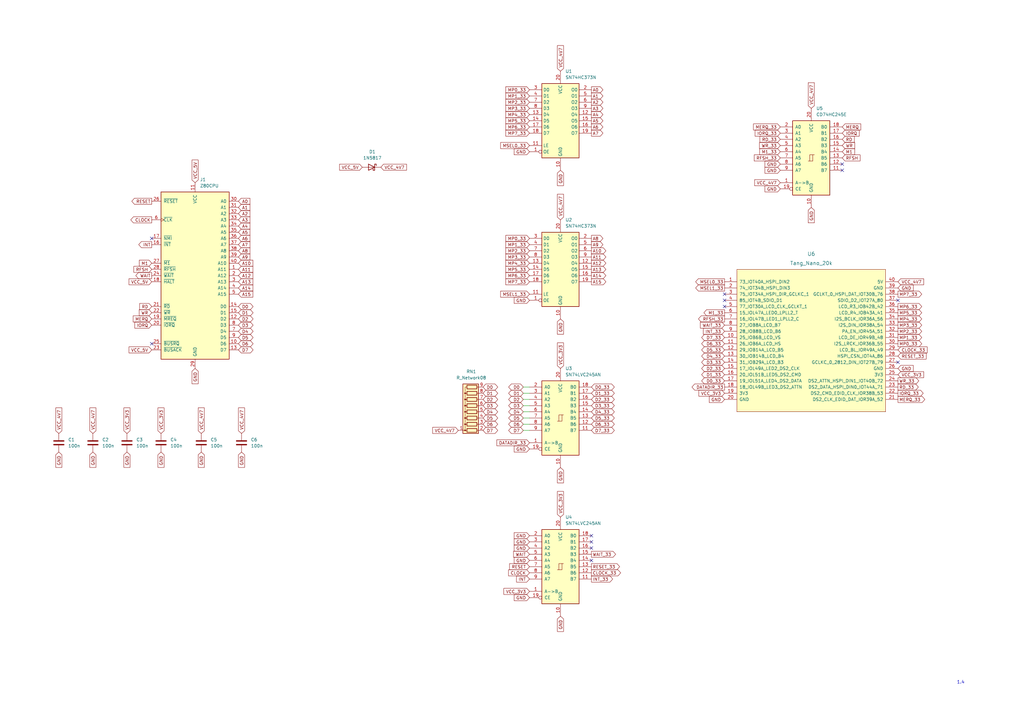
<source format=kicad_sch>
(kicad_sch (version 20211123) (generator eeschema)
  (paper "A3")
  (title_block (title "MSX-Tang Nano 9K Breakout") (date "2023-03-01"))
  (lib_symbols
    (symbol "74xx:74HC245" (pin_names (offset 1.016))
      (property "Reference" "U" (at -7.62 16.51 0))
      (property "Value" "74HC245" (at -7.62 -16.51 0))
      (symbol "74HC245_1_0"
        (polyline (pts (xy -0.635 -1.27) (xy -0.635 1.27) (xy 0.635 1.27)))
        (polyline (pts (xy -1.27 -1.27) (xy 0.635 -1.27) (xy 0.635 1.27) (xy 1.27 1.27)))
        (pin input line (at -12.7 -10.16 0) (length 5.08) (name "A->B") (number "1"))
        (pin power_in line (at 0 -20.32 90) (length 5.08) (name "GND") (number "10"))
        (pin tri_state line (at 12.7 -5.08 180) (length 5.08) (name "B7") (number "11"))
        (pin tri_state line (at 12.7 -2.54 180) (length 5.08) (name "B6") (number "12"))
        (pin tri_state line (at 12.7 0 180) (length 5.08) (name "B5") (number "13"))
        (pin tri_state line (at 12.7 2.54 180) (length 5.08) (name "B4") (number "14"))
        (pin tri_state line (at 12.7 5.08 180) (length 5.08) (name "B3") (number "15"))
        (pin tri_state line (at 12.7 7.62 180) (length 5.08) (name "B2") (number "16"))
        (pin tri_state line (at 12.7 10.16 180) (length 5.08) (name "B1") (number "17"))
        (pin tri_state line (at 12.7 12.7 180) (length 5.08) (name "B0") (number "18"))
        (pin input inverted (at -12.7 -12.7 0) (length 5.08) (name "CE") (number "19"))
        (pin tri_state line (at -12.7 12.7 0) (length 5.08) (name "A0") (number "2"))
        (pin power_in line (at 0 20.32 270) (length 5.08) (name "VCC") (number "20"))
        (pin tri_state line (at -12.7 10.16 0) (length 5.08) (name "A1") (number "3"))
        (pin tri_state line (at -12.7 7.62 0) (length 5.08) (name "A2") (number "4"))
        (pin tri_state line (at -12.7 5.08 0) (length 5.08) (name "A3") (number "5"))
        (pin tri_state line (at -12.7 2.54 0) (length 5.08) (name "A4") (number "6"))
        (pin tri_state line (at -12.7 0 0) (length 5.08) (name "A5") (number "7"))
        (pin tri_state line (at -12.7 -2.54 0) (length 5.08) (name "A6") (number "8"))
        (pin tri_state line (at -12.7 -5.08 0) (length 5.08) (name "A7") (number "9"))
      )
      (symbol "74HC245_1_1"
        (rectangle (start -7.62 15.24) (end 7.62 -15.24) (stroke (width 0.254)) (fill (type background)))
      )
    )
    (symbol "74xx:74HC373"
      (property "Reference" "U" (at -7.62 16.51 0))
      (property "Value" "74HC373" (at -7.62 -16.51 0))
      (symbol "74HC373_1_0"
        (pin input inverted (at -12.7 -12.7 0) (length 5.08) (name "OE") (number "1"))
        (pin power_in line (at 0 -20.32 90) (length 5.08) (name "GND") (number "10"))
        (pin input line (at -12.7 -10.16 0) (length 5.08) (name "LE") (number "11"))
        (pin tri_state line (at 12.7 2.54 180) (length 5.08) (name "O4") (number "12"))
        (pin input line (at -12.7 2.54 0) (length 5.08) (name "D4") (number "13"))
        (pin input line (at -12.7 0 0) (length 5.08) (name "D5") (number "14"))
        (pin tri_state line (at 12.7 0 180) (length 5.08) (name "O5") (number "15"))
        (pin tri_state line (at 12.7 -2.54 180) (length 5.08) (name "O6") (number "16"))
        (pin input line (at -12.7 -2.54 0) (length 5.08) (name "D6") (number "17"))
        (pin input line (at -12.7 -5.08 0) (length 5.08) (name "D7") (number "18"))
        (pin tri_state line (at 12.7 -5.08 180) (length 5.08) (name "O7") (number "19"))
        (pin tri_state line (at 12.7 12.7 180) (length 5.08) (name "O0") (number "2"))
        (pin power_in line (at 0 20.32 270) (length 5.08) (name "VCC") (number "20"))
        (pin input line (at -12.7 12.7 0) (length 5.08) (name "D0") (number "3"))
        (pin input line (at -12.7 10.16 0) (length 5.08) (name "D1") (number "4"))
        (pin tri_state line (at 12.7 10.16 180) (length 5.08) (name "O1") (number "5"))
        (pin tri_state line (at 12.7 7.62 180) (length 5.08) (name "O2") (number "6"))
        (pin input line (at -12.7 7.62 0) (length 5.08) (name "D2") (number "7"))
        (pin input line (at -12.7 5.08 0) (length 5.08) (name "D3") (number "8"))
        (pin tri_state line (at 12.7 5.08 180) (length 5.08) (name "O3") (number "9"))
      )
      (symbol "74HC373_1_1"
        (rectangle (start -7.62 15.24) (end 7.62 -15.24) (stroke (width 0.254)) (fill (type background)))
      )
    )
    (symbol "CPU:Z80CPU" (pin_names (offset 1.016))
      (property "Reference" "U" (at -13.97 35.56 0))
      (property "Value" "Z80CPU" (at 6.35 35.56 0))
      (symbol "Z80CPU_0_1"
        (rectangle (start -13.97 34.29) (end 13.97 -34.29) (stroke (width 0.254)) (fill (type background)))
      )
      (symbol "Z80CPU_1_1"
        (pin output line (at 17.78 2.54 180) (length 3.81) (name "A11") (number "1"))
        (pin bidirectional line (at 17.78 -27.94 180) (length 3.81) (name "D6") (number "10"))
        (pin power_in line (at 0 38.1 270) (length 3.81) (name "VCC") (number "11"))
        (pin bidirectional line (at 17.78 -17.78 180) (length 3.81) (name "D2") (number "12"))
        (pin bidirectional line (at 17.78 -30.48 180) (length 3.81) (name "D7") (number "13"))
        (pin bidirectional line (at 17.78 -12.7 180) (length 3.81) (name "D0") (number "14"))
        (pin bidirectional line (at 17.78 -15.24 180) (length 3.81) (name "D1") (number "15"))
        (pin input line (at -17.78 12.7 0) (length 3.81) (name "~{INT}") (number "16"))
        (pin input line (at -17.78 15.24 0) (length 3.81) (name "~{NMI}") (number "17"))
        (pin output line (at -17.78 -2.54 0) (length 3.81) (name "~{HALT}") (number "18"))
        (pin output line (at -17.78 -17.78 0) (length 3.81) (name "~{MREQ}") (number "19"))
        (pin output line (at 17.78 0 180) (length 3.81) (name "A12") (number "2"))
        (pin output line (at -17.78 -20.32 0) (length 3.81) (name "~{IORQ}") (number "20"))
        (pin output line (at -17.78 -12.7 0) (length 3.81) (name "~{RD}") (number "21"))
        (pin output line (at -17.78 -15.24 0) (length 3.81) (name "~{WR}") (number "22"))
        (pin output line (at -17.78 -30.48 0) (length 3.81) (name "~{BUSACK}") (number "23"))
        (pin input line (at -17.78 0 0) (length 3.81) (name "~{WAIT}") (number "24"))
        (pin input line (at -17.78 -27.94 0) (length 3.81) (name "~{BUSRQ}") (number "25"))
        (pin input line (at -17.78 30.48 0) (length 3.81) (name "~{RESET}") (number "26"))
        (pin output line (at -17.78 5.08 0) (length 3.81) (name "~{M1}") (number "27"))
        (pin output line (at -17.78 2.54 0) (length 3.81) (name "~{RFSH}") (number "28"))
        (pin power_in line (at 0 -38.1 90) (length 3.81) (name "GND") (number "29"))
        (pin output line (at 17.78 -2.54 180) (length 3.81) (name "A13") (number "3"))
        (pin output line (at 17.78 30.48 180) (length 3.81) (name "A0") (number "30"))
        (pin output line (at 17.78 27.94 180) (length 3.81) (name "A1") (number "31"))
        (pin output line (at 17.78 25.4 180) (length 3.81) (name "A2") (number "32"))
        (pin output line (at 17.78 22.86 180) (length 3.81) (name "A3") (number "33"))
        (pin output line (at 17.78 20.32 180) (length 3.81) (name "A4") (number "34"))
        (pin output line (at 17.78 17.78 180) (length 3.81) (name "A5") (number "35"))
        (pin output line (at 17.78 15.24 180) (length 3.81) (name "A6") (number "36"))
        (pin output line (at 17.78 12.7 180) (length 3.81) (name "A7") (number "37"))
        (pin output line (at 17.78 10.16 180) (length 3.81) (name "A8") (number "38"))
        (pin output line (at 17.78 7.62 180) (length 3.81) (name "A9") (number "39"))
        (pin output line (at 17.78 -5.08 180) (length 3.81) (name "A14") (number "4"))
        (pin output line (at 17.78 5.08 180) (length 3.81) (name "A10") (number "40"))
        (pin output line (at 17.78 -7.62 180) (length 3.81) (name "A15") (number "5"))
        (pin input clock (at -17.78 22.86 0) (length 3.81) (name "~{CLK}") (number "6"))
        (pin bidirectional line (at 17.78 -22.86 180) (length 3.81) (name "D4") (number "7"))
        (pin bidirectional line (at 17.78 -20.32 180) (length 3.81) (name "D3") (number "8"))
        (pin bidirectional line (at 17.78 -25.4 180) (length 3.81) (name "D5") (number "9"))
      )
    )
    (symbol "Device:C" (pin_numbers hide) (pin_names (offset 0.254))
      (property "Reference" "C" (at 0.635 2.54 0))
      (property "Value" "C" (at 0.635 -2.54 0))
      (symbol "C_0_1"
        (polyline (pts (xy -2.032 -0.762) (xy 2.032 -0.762)) (stroke (width 0.508)))
        (polyline (pts (xy -2.032 0.762) (xy 2.032 0.762)) (stroke (width 0.508)))
      )
      (symbol "C_1_1"
        (pin passive line (at 0 3.81 270) (length 2.794) (name "~") (number "1"))
        (pin passive line (at 0 -3.81 90) (length 2.794) (name "~") (number "2"))
      )
    )
    (symbol "Device:R_Network08" (pin_names (offset 0) hide)
      (property "Reference" "RN" (at -12.7 0 90))
      (property "Value" "R_Network08" (at 10.16 0 90))
      (symbol "R_Network08_0_1"
        (rectangle (start -11.43 -3.175) (end 8.89 3.175) (stroke (width 0.254)) (fill (type background)))
        (rectangle (start -10.922 1.524) (end -9.398 -2.54) (stroke (width 0.254)))
        (circle (center -10.16 2.286) (radius 0.254) (fill (type outline)))
        (rectangle (start -8.382 1.524) (end -6.858 -2.54) (stroke (width 0.254)))
        (circle (center -7.62 2.286) (radius 0.254) (fill (type outline)))
        (rectangle (start -5.842 1.524) (end -4.318 -2.54) (stroke (width 0.254)))
        (circle (center -5.08 2.286) (radius 0.254) (fill (type outline)))
        (rectangle (start -3.302 1.524) (end -1.778 -2.54) (stroke (width 0.254)))
        (circle (center -2.54 2.286) (radius 0.254) (fill (type outline)))
        (rectangle (start -0.762 1.524) (end 0.762 -2.54) (stroke (width 0.254)))
        (polyline (pts (xy -10.16 -2.54) (xy -10.16 -3.81)))
        (polyline (pts (xy -7.62 -2.54) (xy -7.62 -3.81)))
        (polyline (pts (xy -5.08 -2.54) (xy -5.08 -3.81)))
        (polyline (pts (xy -2.54 -2.54) (xy -2.54 -3.81)))
        (polyline (pts (xy 0 -2.54) (xy 0 -3.81)))
        (polyline (pts (xy 2.54 -2.54) (xy 2.54 -3.81)))
        (polyline (pts (xy 5.08 -2.54) (xy 5.08 -3.81)))
        (polyline (pts (xy 7.62 -2.54) (xy 7.62 -3.81)))
        (polyline (pts (xy -10.16 1.524) (xy -10.16 2.286) (xy -7.62 2.286) (xy -7.62 1.524)))
        (polyline (pts (xy -7.62 1.524) (xy -7.62 2.286) (xy -5.08 2.286) (xy -5.08 1.524)))
        (polyline (pts (xy -5.08 1.524) (xy -5.08 2.286) (xy -2.54 2.286) (xy -2.54 1.524)))
        (polyline (pts (xy -2.54 1.524) (xy -2.54 2.286) (xy 0 2.286) (xy 0 1.524)))
        (polyline (pts (xy 0 1.524) (xy 0 2.286) (xy 2.54 2.286) (xy 2.54 1.524)))
        (polyline (pts (xy 2.54 1.524) (xy 2.54 2.286) (xy 5.08 2.286) (xy 5.08 1.524)))
        (polyline (pts (xy 5.08 1.524) (xy 5.08 2.286) (xy 7.62 2.286) (xy 7.62 1.524)))
        (circle (center 0 2.286) (radius 0.254) (fill (type outline)))
        (rectangle (start 1.778 1.524) (end 3.302 -2.54) (stroke (width 0.254)))
        (circle (center 2.54 2.286) (radius 0.254) (fill (type outline)))
        (rectangle (start 4.318 1.524) (end 5.842 -2.54) (stroke (width 0.254)))
        (circle (center 5.08 2.286) (radius 0.254) (fill (type outline)))
        (rectangle (start 6.858 1.524) (end 8.382 -2.54) (stroke (width 0.254)))
      )
      (symbol "R_Network08_1_1"
        (pin passive line (at -10.16 5.08 270) (length 2.54) (name "common") (number "1"))
        (pin passive line (at -10.16 -5.08 90) (length 1.27) (name "R1") (number "2"))
        (pin passive line (at -7.62 -5.08 90) (length 1.27) (name "R2") (number "3"))
        (pin passive line (at -5.08 -5.08 90) (length 1.27) (name "R3") (number "4"))
        (pin passive line (at -2.54 -5.08 90) (length 1.27) (name "R4") (number "5"))
        (pin passive line (at 0 -5.08 90) (length 1.27) (name "R5") (number "6"))
        (pin passive line (at 2.54 -5.08 90) (length 1.27) (name "R6") (number "7"))
        (pin passive line (at 5.08 -5.08 90) (length 1.27) (name "R7") (number "8"))
        (pin passive line (at 7.62 -5.08 90) (length 1.27) (name "R8") (number "9"))
      )
    )
    (symbol "Diode:1N5817" (pin_numbers hide) (pin_names (offset 1.016) hide)
      (property "Reference" "D" (at 0 2.54 0))
      (property "Value" "1N5817" (at 0 -2.54 0))
      (symbol "1N5817_0_1"
        (polyline (pts (xy 1.27 0) (xy -1.27 0)))
        (polyline (pts (xy 1.27 1.27) (xy 1.27 -1.27) (xy -1.27 0) (xy 1.27 1.27)) (stroke (width 0.254)))
        (polyline (pts (xy -1.905 0.635) (xy -1.905 1.27) (xy -1.27 1.27) (xy -1.27 -1.27) (xy -0.635 -1.27) (xy -0.635 -0.635)) (stroke (width 0.254)))
      )
      (symbol "1N5817_1_1"
        (pin passive line (at -3.81 0 0) (length 2.54) (name "K") (number "1"))
        (pin passive line (at 3.81 0 180) (length 2.54) (name "A") (number "2"))
      )
    )
    (symbol "Mi_libreria:SN74LVC245AN" (pin_names (offset 1.016))
      (property "Reference" "U" (at -7.62 16.51 0))
      (property "Value" "SN74LVC245AN" (at -7.62 -16.51 0))
      (symbol "SN74LVC245AN_1_0"
        (polyline (pts (xy -0.635 -1.27) (xy -0.635 1.27) (xy 0.635 1.27)))
        (polyline (pts (xy -1.27 -1.27) (xy 0.635 -1.27) (xy 0.635 1.27) (xy 1.27 1.27)))
        (pin input line (at -12.7 -10.16 0) (length 5.08) (name "A->B") (number "1"))
        (pin power_in line (at 0 -20.32 90) (length 5.08) (name "GND") (number "10"))
        (pin tri_state line (at 12.7 -5.08 180) (length 5.08) (name "B7") (number "11"))
        (pin tri_state line (at 12.7 -2.54 180) (length 5.08) (name "B6") (number "12"))
        (pin tri_state line (at 12.7 0 180) (length 5.08) (name "B5") (number "13"))
        (pin tri_state line (at 12.7 2.54 180) (length 5.08) (name "B4") (number "14"))
        (pin tri_state line (at 12.7 5.08 180) (length 5.08) (name "B3") (number "15"))
        (pin tri_state line (at 12.7 7.62 180) (length 5.08) (name "B2") (number "16"))
        (pin tri_state line (at 12.7 10.16 180) (length 5.08) (name "B1") (number "17"))
        (pin tri_state line (at 12.7 12.7 180) (length 5.08) (name "B0") (number "18"))
        (pin input inverted (at -12.7 -12.7 0) (length 5.08) (name "CE") (number "19"))
        (pin tri_state line (at -12.7 12.7 0) (length 5.08) (name "A0") (number "2"))
        (pin power_in line (at 0 20.32 270) (length 5.08) (name "VCC") (number "20"))
        (pin tri_state line (at -12.7 10.16 0) (length 5.08) (name "A1") (number "3"))
        (pin tri_state line (at -12.7 7.62 0) (length 5.08) (name "A2") (number "4"))
        (pin tri_state line (at -12.7 5.08 0) (length 5.08) (name "A3") (number "5"))
        (pin tri_state line (at -12.7 2.54 0) (length 5.08) (name "A4") (number "6"))
        (pin tri_state line (at -12.7 0 0) (length 5.08) (name "A5") (number "7"))
        (pin tri_state line (at -12.7 -2.54 0) (length 5.08) (name "A6") (number "8"))
        (pin tri_state line (at -12.7 -5.08 0) (length 5.08) (name "A7") (number "9"))
      )
      (symbol "SN74LVC245AN_1_1"
        (rectangle (start -7.62 15.24) (end 7.62 -15.24) (stroke (width 0.254)) (fill (type background)))
      )
    )
    (symbol "Mi_libreria:Tang_Nano_20k" (pin_names (offset 1.016))
      (property "Reference" "U" (at -3.81 7.62 0))
      (property "Value" "Tang_Nano_20k" (at -10.16 2.54 0))
      (symbol "Tang_Nano_20k_1_0"
        (pin bidirectional line (at -35.56 22.86 0) (length 5) (name "73_IOT40A_HSPI_DIN2") (number "1"))
        (pin bidirectional line (at -35.56 0 0) (length 5) (name "25_IOB6B_LCD_VS") (number "10"))
        (pin bidirectional line (at -35.56 -2.54 0) (length 5) (name "26_IOB6A_LCD_HS") (number "11"))
        (pin bidirectional line (at -35.56 -5.08 0) (length 5) (name "29_IOB14A_LCD_B5") (number "12"))
        (pin bidirectional line (at -35.56 -7.62 0) (length 5) (name "30_IOB14B_LCD_B4") (number "13"))
        (pin bidirectional line (at -35.56 -10.16 0) (length 5) (name "31_IOB29A_LCD_B3") (number "14"))
        (pin bidirectional line (at -35.56 -12.7 0) (length 5) (name "17_IOL49A_LED2_DS2_CLK") (number "15"))
        (pin bidirectional line (at -35.56 -15.24 0) (length 5) (name "20_IOL51B_LED5_DS2_CMD") (number "16"))
        (pin bidirectional line (at -35.56 -17.78 0) (length 5) (name "19_IOL51A_LED4_DS2_DATA") (number "17"))
        (pin bidirectional line (at -35.56 -20.32 0) (length 5) (name "18_IOL49B_LED3_DS2_ATTN") (number "18"))
        (pin bidirectional line (at -35.56 -22.86 0) (length 5) (name "3V3") (number "19"))
        (pin bidirectional line (at -35.56 20.32 0) (length 5) (name "74_IOT34B_HSPI_DIN3") (number "2"))
        (pin bidirectional line (at -35.56 -25.4 0) (length 5) (name "GND") (number "20"))
        (pin bidirectional line (at 35.56 -25.4 180) (length 5) (name "DS2_CLK_EDID_DAT_IOR39A_52") (number "21"))
        (pin bidirectional line (at 35.56 -22.86 180) (length 5) (name "DS2_CMD_EDID_CLK_IOR38B_53") (number "22"))
        (pin bidirectional line (at 35.56 -20.32 180) (length 5) (name "DS2_DATA_HSPI_DIN0_IOT44A_71") (number "23"))
        (pin bidirectional line (at 35.56 -17.78 180) (length 5) (name "DS2_ATTN_HSPI_DIN1_IOT40B_72") (number "24"))
        (pin bidirectional line (at 35.56 -15.24 180) (length 5) (name "3V3") (number "25"))
        (pin bidirectional line (at 35.56 -12.7 180) (length 5) (name "GND") (number "26"))
        (pin bidirectional line (at 35.56 -10.16 180) (length 5) (name "GCLKC_0_2812_DIN_IOT27B_79") (number "27"))
        (pin bidirectional line (at 35.56 -7.62 180) (length 5) (name "HSPI_CSN_IOT4A_86") (number "28"))
        (pin bidirectional line (at 35.56 -5.08 180) (length 5) (name "LCD_BL_IOR49A_49") (number "29"))
        (pin bidirectional line (at -35.56 17.78 0) (length 5) (name "75_IOT34A_HSPI_DIR_GCLKC_1") (number "3"))
        (pin bidirectional line (at 35.56 -2.54 180) (length 5) (name "I2S_LRCK_IOR36B_55") (number "30"))
        (pin bidirectional line (at 35.56 0 180) (length 5) (name "LCD_DE_IOR49B_48") (number "31"))
        (pin bidirectional line (at 35.56 2.54 180) (length 5) (name "PA_EN_IOR45A_51") (number "32"))
        (pin bidirectional line (at 35.56 5.08 180) (length 5) (name "I2S_DIN_IOR38A_54") (number "33"))
        (pin bidirectional line (at 35.56 7.62 180) (length 5) (name "I2S_BCLK_IOR36A_56") (number "34"))
        (pin bidirectional line (at 35.56 10.16 180) (length 5) (name "LCD_R4_IOB43A_41") (number "35"))
        (pin bidirectional line (at 35.56 12.7 180) (length 5) (name "LCD_R3_IOB42B_42") (number "36"))
        (pin bidirectional line (at 35.56 15.24 180) (length 5) (name "SDIO_D2_IOT27A_80") (number "37"))
        (pin bidirectional line (at 35.56 17.78 180) (length 5) (name "GCLKT_0_HSPI_DAT_IOT30B_76") (number "38"))
        (pin bidirectional line (at 35.56 20.32 180) (length 5) (name "GND") (number "39"))
        (pin bidirectional line (at -35.56 15.24 0) (length 5) (name "85_IOT4B_SDIO_D1") (number "4"))
        (pin bidirectional line (at 35.56 22.86 180) (length 5) (name "5V") (number "40"))
        (pin bidirectional line (at -35.56 12.7 0) (length 5) (name "77_IOT30A_LCD_CLK_GCLKT_1") (number "5"))
        (pin bidirectional line (at -35.56 10.16 0) (length 5) (name "15_IOL47A_LED0_LPLL2_T") (number "6"))
        (pin bidirectional line (at -35.56 7.62 0) (length 5) (name "16_IOL47B_LED1_LPLL2_C") (number "7"))
        (pin bidirectional line (at -35.56 5.08 0) (length 5) (name "27_IOB8A_LCD_B7") (number "8"))
        (pin bidirectional line (at -35.56 2.54 0) (length 5) (name "28_IOB8B_LCD_B6") (number "9"))
      )
      (symbol "Tang_Nano_20k_1_1"
        (rectangle (start -30.48 27.94) (end 30.48 -30.48) (fill (type background)))
      )
    )
  )
  (no_connect (at 62.23 140.97))
  (no_connect (at 368.3 148.59))
  (no_connect (at 297.18 120.65))
  (no_connect (at 368.3 123.19))
  (no_connect (at 345.44 69.85))
  (no_connect (at 242.57 222.25))
  (no_connect (at 242.57 229.87))
  (no_connect (at 297.18 125.73))
  (no_connect (at 297.18 123.19))
  (no_connect (at 62.23 97.79))
  (no_connect (at 242.57 219.71))
  (no_connect (at 242.57 224.79))
  (no_connect (at 345.44 67.31))
  (wire (pts (xy 214.63 173.99) (xy 217.17 173.99)))
  (wire (pts (xy 214.63 158.75) (xy 217.17 158.75)))
  (wire (pts (xy 214.63 176.53) (xy 217.17 176.53)))
  (wire (pts (xy 214.63 171.45) (xy 217.17 171.45)))
  (wire (pts (xy 214.63 168.91) (xy 217.17 168.91)))
  (wire (pts (xy 214.63 163.83) (xy 217.17 163.83)))
  (wire (pts (xy 214.63 161.29) (xy 217.17 161.29)))
  (wire (pts (xy 214.63 166.37) (xy 217.17 166.37)))
  (text "1.4" (at 392.43 280.67 0) (effects (font (size 1.27 1.27)) (justify left bottom)))
  (global_label "GND" (shape input) (at 229.87 130.81 270) (property "Intersheet References" "${INTERSHEET_REFS}" (effects hide)))
  (global_label "VCC_3V3" (shape input) (at 66.04 177.8 90) (property "Intersheet References" "${INTERSHEET_REFS}" (effects hide)))
  (global_label "GND" (shape input) (at 297.18 163.83 180) (property "Intersheet References" "${INTERSHEET_REFS}" (effects hide)))
  (global_label "MP1_33" (shape input) (at 217.17 100.33 180) (property "Intersheet References" "${INTERSHEET_REFS}" (effects hide)))
  (global_label "D1" (shape bidirectional) (at 97.79 128.27 0) (property "Intersheet References" "${INTERSHEET_REFS}" (effects hide)))
  (global_label "D4" (shape bidirectional) (at 97.79 135.89 0) (property "Intersheet References" "${INTERSHEET_REFS}" (effects hide)))
  (global_label "MP4_33" (shape input) (at 217.17 107.95 180) (property "Intersheet References" "${INTERSHEET_REFS}" (effects hide)))
  (global_label "MP3_33" (shape input) (at 217.17 105.41 180) (property "Intersheet References" "${INTERSHEET_REFS}" (effects hide)))
  (global_label "MP0_33" (shape input) (at 217.17 97.79 180) (property "Intersheet References" "${INTERSHEET_REFS}" (effects hide)))
  (global_label "WAIT_33" (shape output) (at 242.57 227.33 0) (property "Intersheet References" "${INTERSHEET_REFS}" (effects hide)))
  (global_label "GND" (shape input) (at 38.1 185.42 270) (property "Intersheet References" "${INTERSHEET_REFS}" (effects hide)))
  (global_label "VCC_5V" (shape input) (at 62.23 115.57 180) (property "Intersheet References" "${INTERSHEET_REFS}" (effects hide)))
  (global_label "VCC_4V7" (shape input) (at 24.13 177.8 90) (property "Intersheet References" "${INTERSHEET_REFS}" (effects hide)))
  (global_label "WR" (shape input) (at 62.23 128.27 180) (property "Intersheet References" "${INTERSHEET_REFS}" (effects hide)))
  (global_label "GND" (shape input) (at 217.17 62.23 180) (property "Intersheet References" "${INTERSHEET_REFS}" (effects hide)))
  (global_label "RD_33" (shape input) (at 320.04 57.15 180) (property "Intersheet References" "${INTERSHEET_REFS}" (effects hide)))
  (global_label "MP6_33" (shape output) (at 368.3 125.73 0) (property "Intersheet References" "${INTERSHEET_REFS}" (effects hide)))
  (global_label "A2" (shape input) (at 97.79 87.63 0) (property "Intersheet References" "${INTERSHEET_REFS}" (effects hide)))
  (global_label "D3" (shape bidirectional) (at 214.63 166.37 180) (property "Intersheet References" "${INTERSHEET_REFS}" (effects hide)))
  (global_label "D1" (shape bidirectional) (at 198.12 161.29 0) (property "Intersheet References" "${INTERSHEET_REFS}" (effects hide)))
  (global_label "IORQ_33" (shape input) (at 320.04 54.61 180) (property "Intersheet References" "${INTERSHEET_REFS}" (effects hide)))
  (global_label "MERQ_33" (shape input) (at 320.04 52.07 180) (property "Intersheet References" "${INTERSHEET_REFS}" (effects hide)))
  (global_label "VCC_5V" (shape input) (at 62.23 143.51 180) (property "Intersheet References" "${INTERSHEET_REFS}" (effects hide)))
  (global_label "GND" (shape input) (at 217.17 229.87 180) (property "Intersheet References" "${INTERSHEET_REFS}" (effects hide)))
  (global_label "A4" (shape input) (at 97.79 92.71 0) (property "Intersheet References" "${INTERSHEET_REFS}" (effects hide)))
  (global_label "A5" (shape input) (at 97.79 95.25 0) (property "Intersheet References" "${INTERSHEET_REFS}" (effects hide)))
  (global_label "CLOCK_33" (shape output) (at 242.57 234.95 0) (property "Intersheet References" "${INTERSHEET_REFS}" (effects hide)))
  (global_label "RD" (shape input) (at 62.23 125.73 180) (property "Intersheet References" "${INTERSHEET_REFS}" (effects hide)))
  (global_label "VCC_5V" (shape input) (at 148.59 68.58 180) (property "Intersheet References" "${INTERSHEET_REFS}" (effects hide)))
  (global_label "A8" (shape output) (at 242.57 97.79 0) (property "Intersheet References" "${INTERSHEET_REFS}" (effects hide)))
  (global_label "D4" (shape bidirectional) (at 198.12 168.91 0) (property "Intersheet References" "${INTERSHEET_REFS}" (effects hide)))
  (global_label "A0" (shape input) (at 97.79 82.55 0) (property "Intersheet References" "${INTERSHEET_REFS}" (effects hide)))
  (global_label "MP6_33" (shape input) (at 217.17 113.03 180) (property "Intersheet References" "${INTERSHEET_REFS}" (effects hide)))
  (global_label "A13" (shape input) (at 97.79 115.57 0) (property "Intersheet References" "${INTERSHEET_REFS}" (effects hide)))
  (global_label "D2" (shape bidirectional) (at 97.79 130.81 0) (property "Intersheet References" "${INTERSHEET_REFS}" (effects hide)))
  (global_label "A9" (shape input) (at 97.79 105.41 0) (property "Intersheet References" "${INTERSHEET_REFS}" (effects hide)))
  (global_label "D6_33" (shape bidirectional) (at 242.57 173.99 0) (property "Intersheet References" "${INTERSHEET_REFS}" (effects hide)))
  (global_label "D0" (shape bidirectional) (at 214.63 158.75 180) (property "Intersheet References" "${INTERSHEET_REFS}" (effects hide)))
  (global_label "GND" (shape input) (at 80.01 151.13 270) (property "Intersheet References" "${INTERSHEET_REFS}" (effects hide)))
  (global_label "RFSH_33" (shape input) (at 320.04 64.77 180) (property "Intersheet References" "${INTERSHEET_REFS}" (effects hide)))
  (global_label "M1_33" (shape output) (at 297.18 128.27 180) (property "Intersheet References" "${INTERSHEET_REFS}" (effects hide)))
  (global_label "D4_33" (shape bidirectional) (at 297.18 146.05 180) (property "Intersheet References" "${INTERSHEET_REFS}" (effects hide)))
  (global_label "MERQ_33" (shape output) (at 368.3 163.83 0) (property "Intersheet References" "${INTERSHEET_REFS}" (effects hide)))
  (global_label "A15" (shape input) (at 97.79 120.65 0) (property "Intersheet References" "${INTERSHEET_REFS}" (effects hide)))
  (global_label "D0_33" (shape bidirectional) (at 242.57 158.75 0) (property "Intersheet References" "${INTERSHEET_REFS}" (effects hide)))
  (global_label "D1_33" (shape bidirectional) (at 297.18 153.67 180) (property "Intersheet References" "${INTERSHEET_REFS}" (effects hide)))
  (global_label "MP2_33" (shape input) (at 217.17 102.87 180) (property "Intersheet References" "${INTERSHEET_REFS}" (effects hide)))
  (global_label "GND" (shape input) (at 217.17 245.11 180) (property "Intersheet References" "${INTERSHEET_REFS}" (effects hide)))
  (global_label "A13" (shape output) (at 242.57 110.49 0) (property "Intersheet References" "${INTERSHEET_REFS}" (effects hide)))
  (global_label "A7" (shape input) (at 97.79 100.33 0) (property "Intersheet References" "${INTERSHEET_REFS}" (effects hide)))
  (global_label "D7" (shape bidirectional) (at 97.79 143.51 0) (property "Intersheet References" "${INTERSHEET_REFS}" (effects hide)))
  (global_label "A14" (shape input) (at 97.79 118.11 0) (property "Intersheet References" "${INTERSHEET_REFS}" (effects hide)))
  (global_label "VCC_4V7" (shape input) (at 332.74 44.45 90) (property "Intersheet References" "${INTERSHEET_REFS}" (effects hide)))
  (global_label "CLOCK" (shape input) (at 217.17 234.95 180) (property "Intersheet References" "${INTERSHEET_REFS}" (effects hide)))
  (global_label "D4_33" (shape bidirectional) (at 242.57 168.91 0) (property "Intersheet References" "${INTERSHEET_REFS}" (effects hide)))
  (global_label "INT" (shape input) (at 217.17 237.49 180) (property "Intersheet References" "${INTERSHEET_REFS}" (effects hide)))
  (global_label "A15" (shape output) (at 242.57 115.57 0) (property "Intersheet References" "${INTERSHEET_REFS}" (effects hide)))
  (global_label "GND" (shape input) (at 217.17 224.79 180) (property "Intersheet References" "${INTERSHEET_REFS}" (effects hide)))
  (global_label "GND" (shape input) (at 368.3 151.13 0) (property "Intersheet References" "${INTERSHEET_REFS}" (effects hide)))
  (global_label "DATADIR_33" (shape output) (at 297.18 158.75 180) (property "Intersheet References" "${INTERSHEET_REFS}" (effects hide)))
  (global_label "D4" (shape bidirectional) (at 214.63 168.91 180) (property "Intersheet References" "${INTERSHEET_REFS}" (effects hide)))
  (global_label "D3_33" (shape bidirectional) (at 297.18 148.59 180) (property "Intersheet References" "${INTERSHEET_REFS}" (effects hide)))
  (global_label "VCC_3V3" (shape input) (at 229.87 151.13 90) (property "Intersheet References" "${INTERSHEET_REFS}" (effects hide)))
  (global_label "A11" (shape output) (at 242.57 105.41 0) (property "Intersheet References" "${INTERSHEET_REFS}" (effects hide)))
  (global_label "VCC_3V3" (shape input) (at 297.18 161.29 180) (property "Intersheet References" "${INTERSHEET_REFS}" (effects hide)))
  (global_label "VCC_4V7" (shape input) (at 156.21 68.58 0) (property "Intersheet References" "${INTERSHEET_REFS}" (effects hide)))
  (global_label "MP7_33" (shape input) (at 217.17 115.57 180) (property "Intersheet References" "${INTERSHEET_REFS}" (effects hide)))
  (global_label "GND" (shape input) (at 332.74 85.09 270) (property "Intersheet References" "${INTERSHEET_REFS}" (effects hide)))
  (global_label "MP5_33" (shape output) (at 368.3 128.27 0) (property "Intersheet References" "${INTERSHEET_REFS}" (effects hide)))
  (global_label "MP7_33" (shape output) (at 368.3 120.65 0) (property "Intersheet References" "${INTERSHEET_REFS}" (effects hide)))
  (global_label "D2_33" (shape bidirectional) (at 242.57 163.83 0) (property "Intersheet References" "${INTERSHEET_REFS}" (effects hide)))
  (global_label "D7" (shape bidirectional) (at 198.12 176.53 0) (property "Intersheet References" "${INTERSHEET_REFS}" (effects hide)))
  (global_label "VCC_5V" (shape input) (at 80.01 74.93 90) (property "Intersheet References" "${INTERSHEET_REFS}" (effects hide)))
  (global_label "RD" (shape input) (at 345.44 57.15 0) (property "Intersheet References" "${INTERSHEET_REFS}" (effects hide)))
  (global_label "MERQ" (shape input) (at 345.44 52.07 0) (property "Intersheet References" "${INTERSHEET_REFS}" (effects hide)))
  (global_label "D0_33" (shape bidirectional) (at 297.18 156.21 180) (property "Intersheet References" "${INTERSHEET_REFS}" (effects hide)))
  (global_label "D7_33" (shape bidirectional) (at 297.18 138.43 180) (property "Intersheet References" "${INTERSHEET_REFS}" (effects hide)))
  (global_label "MP7_33" (shape input) (at 217.17 54.61 180) (property "Intersheet References" "${INTERSHEET_REFS}" (effects hide)))
  (global_label "WR_33" (shape output) (at 368.3 156.21 0) (property "Intersheet References" "${INTERSHEET_REFS}" (effects hide)))
  (global_label "A14" (shape output) (at 242.57 113.03 0) (property "Intersheet References" "${INTERSHEET_REFS}" (effects hide)))
  (global_label "VCC_3V3" (shape input) (at 52.07 177.8 90) (property "Intersheet References" "${INTERSHEET_REFS}" (effects hide)))
  (global_label "D6_33" (shape bidirectional) (at 297.18 140.97 180) (property "Intersheet References" "${INTERSHEET_REFS}" (effects hide)))
  (global_label "A0" (shape output) (at 242.57 36.83 0) (property "Intersheet References" "${INTERSHEET_REFS}" (effects hide)))
  (global_label "A6" (shape output) (at 242.57 52.07 0) (property "Intersheet References" "${INTERSHEET_REFS}" (effects hide)))
  (global_label "D6" (shape bidirectional) (at 97.79 140.97 0) (property "Intersheet References" "${INTERSHEET_REFS}" (effects hide)))
  (global_label "GND" (shape input) (at 229.87 191.77 270) (property "Intersheet References" "${INTERSHEET_REFS}" (effects hide)))
  (global_label "MP2_33" (shape input) (at 217.17 41.91 180) (property "Intersheet References" "${INTERSHEET_REFS}" (effects hide)))
  (global_label "MP3_33" (shape output) (at 368.3 133.35 0) (property "Intersheet References" "${INTERSHEET_REFS}" (effects hide)))
  (global_label "WR" (shape input) (at 345.44 59.69 0) (property "Intersheet References" "${INTERSHEET_REFS}" (effects hide)))
  (global_label "RESET" (shape output) (at 62.23 82.55 180) (property "Intersheet References" "${INTERSHEET_REFS}" (effects hide)))
  (global_label "A3" (shape input) (at 97.79 90.17 0) (property "Intersheet References" "${INTERSHEET_REFS}" (effects hide)))
  (global_label "A7" (shape output) (at 242.57 54.61 0) (property "Intersheet References" "${INTERSHEET_REFS}" (effects hide)))
  (global_label "D5_33" (shape bidirectional) (at 297.18 143.51 180) (property "Intersheet References" "${INTERSHEET_REFS}" (effects hide)))
  (global_label "IORQ_33" (shape output) (at 368.3 161.29 0) (property "Intersheet References" "${INTERSHEET_REFS}" (effects hide)))
  (global_label "RESET_33" (shape output) (at 242.57 232.41 0) (property "Intersheet References" "${INTERSHEET_REFS}" (effects hide)))
  (global_label "MP5_33" (shape input) (at 217.17 110.49 180) (property "Intersheet References" "${INTERSHEET_REFS}" (effects hide)))
  (global_label "MP0_33" (shape output) (at 368.3 140.97 0) (property "Intersheet References" "${INTERSHEET_REFS}" (effects hide)))
  (global_label "M1_33" (shape input) (at 320.04 62.23 180) (property "Intersheet References" "${INTERSHEET_REFS}" (effects hide)))
  (global_label "GND" (shape input) (at 229.87 69.85 270) (property "Intersheet References" "${INTERSHEET_REFS}" (effects hide)))
  (global_label "INT_33" (shape input) (at 297.18 135.89 180) (property "Intersheet References" "${INTERSHEET_REFS}" (effects hide)))
  (global_label "DATADIR_33" (shape input) (at 217.17 181.61 180) (property "Intersheet References" "${INTERSHEET_REFS}" (effects hide)))
  (global_label "A8" (shape input) (at 97.79 102.87 0) (property "Intersheet References" "${INTERSHEET_REFS}" (effects hide)))
  (global_label "A4" (shape output) (at 242.57 46.99 0) (property "Intersheet References" "${INTERSHEET_REFS}" (effects hide)))
  (global_label "WAIT" (shape output) (at 62.23 113.03 180) (property "Intersheet References" "${INTERSHEET_REFS}" (effects hide)))
  (global_label "GND" (shape input) (at 217.17 219.71 180) (property "Intersheet References" "${INTERSHEET_REFS}" (effects hide)))
  (global_label "A3" (shape output) (at 242.57 44.45 0) (property "Intersheet References" "${INTERSHEET_REFS}" (effects hide)))
  (global_label "M1" (shape input) (at 345.44 62.23 0) (property "Intersheet References" "${INTERSHEET_REFS}" (effects hide)))
  (global_label "D5" (shape bidirectional) (at 214.63 171.45 180) (property "Intersheet References" "${INTERSHEET_REFS}" (effects hide)))
  (global_label "VCC_4V7" (shape input) (at 38.1 177.8 90) (property "Intersheet References" "${INTERSHEET_REFS}" (effects hide)))
  (global_label "A5" (shape output) (at 242.57 49.53 0) (property "Intersheet References" "${INTERSHEET_REFS}" (effects hide)))
  (global_label "GND" (shape input) (at 82.55 185.42 270) (property "Intersheet References" "${INTERSHEET_REFS}" (effects hide)))
  (global_label "D2" (shape bidirectional) (at 214.63 163.83 180) (property "Intersheet References" "${INTERSHEET_REFS}" (effects hide)))
  (global_label "INT_33" (shape output) (at 242.57 237.49 0) (property "Intersheet References" "${INTERSHEET_REFS}" (effects hide)))
  (global_label "D1" (shape bidirectional) (at 214.63 161.29 180) (property "Intersheet References" "${INTERSHEET_REFS}" (effects hide)))
  (global_label "MSEL0_33" (shape output) (at 297.18 115.57 180) (property "Intersheet References" "${INTERSHEET_REFS}" (effects hide)))
  (global_label "VCC_4V7" (shape input) (at 187.96 176.53 180) (property "Intersheet References" "${INTERSHEET_REFS}" (effects hide)))
  (global_label "RFSH_33" (shape output) (at 297.18 130.81 180) (property "Intersheet References" "${INTERSHEET_REFS}" (effects hide)))
  (global_label "D7" (shape bidirectional) (at 214.63 176.53 180) (property "Intersheet References" "${INTERSHEET_REFS}" (effects hide)))
  (global_label "GND" (shape input) (at 320.04 69.85 180) (property "Intersheet References" "${INTERSHEET_REFS}" (effects hide)))
  (global_label "CLOCK_33" (shape input) (at 368.3 143.51 0) (property "Intersheet References" "${INTERSHEET_REFS}" (effects hide)))
  (global_label "GND" (shape input) (at 320.04 67.31 180) (property "Intersheet References" "${INTERSHEET_REFS}" (effects hide)))
  (global_label "RESET" (shape input) (at 217.17 232.41 180) (property "Intersheet References" "${INTERSHEET_REFS}" (effects hide)))
  (global_label "WAIT_33" (shape input) (at 297.18 133.35 180) (property "Intersheet References" "${INTERSHEET_REFS}" (effects hide)))
  (global_label "A10" (shape output) (at 242.57 102.87 0) (property "Intersheet References" "${INTERSHEET_REFS}" (effects hide)))
  (global_label "RESET_33" (shape input) (at 368.3 146.05 0) (property "Intersheet References" "${INTERSHEET_REFS}" (effects hide)))
  (global_label "GND" (shape input) (at 24.13 185.42 270) (property "Intersheet References" "${INTERSHEET_REFS}" (effects hide)))
  (global_label "A6" (shape input) (at 97.79 97.79 0) (property "Intersheet References" "${INTERSHEET_REFS}" (effects hide)))
  (global_label "MP1_33" (shape input) (at 217.17 39.37 180) (property "Intersheet References" "${INTERSHEET_REFS}" (effects hide)))
  (global_label "A1" (shape output) (at 242.57 39.37 0) (property "Intersheet References" "${INTERSHEET_REFS}" (effects hide)))
  (global_label "D3_33" (shape bidirectional) (at 242.57 166.37 0) (property "Intersheet References" "${INTERSHEET_REFS}" (effects hide)))
  (global_label "M1" (shape input) (at 62.23 107.95 180) (property "Intersheet References" "${INTERSHEET_REFS}" (effects hide)))
  (global_label "INT" (shape output) (at 62.23 100.33 180) (property "Intersheet References" "${INTERSHEET_REFS}" (effects hide)))
  (global_label "RFSH" (shape input) (at 345.44 64.77 0) (property "Intersheet References" "${INTERSHEET_REFS}" (effects hide)))
  (global_label "D5_33" (shape bidirectional) (at 242.57 171.45 0) (property "Intersheet References" "${INTERSHEET_REFS}" (effects hide)))
  (global_label "MP3_33" (shape input) (at 217.17 44.45 180) (property "Intersheet References" "${INTERSHEET_REFS}" (effects hide)))
  (global_label "VCC_3V3" (shape input) (at 368.3 153.67 0) (property "Intersheet References" "${INTERSHEET_REFS}" (effects hide)))
  (global_label "GND" (shape input) (at 368.3 118.11 0) (property "Intersheet References" "${INTERSHEET_REFS}" (effects hide)))
  (global_label "D0" (shape bidirectional) (at 97.79 125.73 0) (property "Intersheet References" "${INTERSHEET_REFS}" (effects hide)))
  (global_label "MP5_33" (shape input) (at 217.17 49.53 180) (property "Intersheet References" "${INTERSHEET_REFS}" (effects hide)))
  (global_label "VCC_3V3" (shape input) (at 229.87 212.09 90) (property "Intersheet References" "${INTERSHEET_REFS}" (effects hide)))
  (global_label "A2" (shape output) (at 242.57 41.91 0) (property "Intersheet References" "${INTERSHEET_REFS}" (effects hide)))
  (global_label "GND" (shape input) (at 320.04 77.47 180) (property "Intersheet References" "${INTERSHEET_REFS}" (effects hide)))
  (global_label "VCC_4V7" (shape input) (at 368.3 115.57 0) (property "Intersheet References" "${INTERSHEET_REFS}" (effects hide)))
  (global_label "D2_33" (shape bidirectional) (at 297.18 151.13 180) (property "Intersheet References" "${INTERSHEET_REFS}" (effects hide)))
  (global_label "MERQ" (shape input) (at 62.23 130.81 180) (property "Intersheet References" "${INTERSHEET_REFS}" (effects hide)))
  (global_label "IORQ" (shape input) (at 62.23 133.35 180) (property "Intersheet References" "${INTERSHEET_REFS}" (effects hide)))
  (global_label "VCC_3V3" (shape input) (at 217.17 242.57 180) (property "Intersheet References" "${INTERSHEET_REFS}" (effects hide)))
  (global_label "RFSH" (shape input) (at 62.23 110.49 180) (property "Intersheet References" "${INTERSHEET_REFS}" (effects hide)))
  (global_label "RD_33" (shape output) (at 368.3 158.75 0) (property "Intersheet References" "${INTERSHEET_REFS}" (effects hide)))
  (global_label "D7_33" (shape bidirectional) (at 242.57 176.53 0) (property "Intersheet References" "${INTERSHEET_REFS}" (effects hide)))
  (global_label "MSEL0_33" (shape input) (at 217.17 59.69 180) (property "Intersheet References" "${INTERSHEET_REFS}" (effects hide)))
  (global_label "A12" (shape input) (at 97.79 113.03 0) (property "Intersheet References" "${INTERSHEET_REFS}" (effects hide)))
  (global_label "D3" (shape bidirectional) (at 97.79 133.35 0) (property "Intersheet References" "${INTERSHEET_REFS}" (effects hide)))
  (global_label "D3" (shape bidirectional) (at 198.12 166.37 0) (property "Intersheet References" "${INTERSHEET_REFS}" (effects hide)))
  (global_label "VCC_4V7" (shape input) (at 229.87 90.17 90) (property "Intersheet References" "${INTERSHEET_REFS}" (effects hide)))
  (global_label "GND" (shape input) (at 66.04 185.42 270) (property "Intersheet References" "${INTERSHEET_REFS}" (effects hide)))
  (global_label "GND" (shape input) (at 229.87 252.73 270) (property "Intersheet References" "${INTERSHEET_REFS}" (effects hide)))
  (global_label "MSEL1_33" (shape input) (at 217.17 120.65 180) (property "Intersheet References" "${INTERSHEET_REFS}" (effects hide)))
  (global_label "VCC_4V7" (shape input) (at 229.87 29.21 90) (property "Intersheet References" "${INTERSHEET_REFS}" (effects hide)))
  (global_label "D2" (shape bidirectional) (at 198.12 163.83 0) (property "Intersheet References" "${INTERSHEET_REFS}" (effects hide)))
  (global_label "WAIT" (shape input) (at 217.17 227.33 180) (property "Intersheet References" "${INTERSHEET_REFS}" (effects hide)))
  (global_label "MP2_33" (shape output) (at 368.3 135.89 0) (property "Intersheet References" "${INTERSHEET_REFS}" (effects hide)))
  (global_label "A12" (shape output) (at 242.57 107.95 0) (property "Intersheet References" "${INTERSHEET_REFS}" (effects hide)))
  (global_label "MP6_33" (shape input) (at 217.17 52.07 180) (property "Intersheet References" "${INTERSHEET_REFS}" (effects hide)))
  (global_label "D0" (shape bidirectional) (at 198.12 158.75 0) (property "Intersheet References" "${INTERSHEET_REFS}" (effects hide)))
  (global_label "MP0_33" (shape input) (at 217.17 36.83 180) (property "Intersheet References" "${INTERSHEET_REFS}" (effects hide)))
  (global_label "CLOCK" (shape output) (at 62.23 90.17 180) (property "Intersheet References" "${INTERSHEET_REFS}" (effects hide)))
  (global_label "MP4_33" (shape output) (at 368.3 130.81 0) (property "Intersheet References" "${INTERSHEET_REFS}" (effects hide)))
  (global_label "MSEL1_33" (shape output) (at 297.18 118.11 180) (property "Intersheet References" "${INTERSHEET_REFS}" (effects hide)))
  (global_label "GND" (shape input) (at 52.07 185.42 270) (property "Intersheet References" "${INTERSHEET_REFS}" (effects hide)))
  (global_label "A1" (shape input) (at 97.79 85.09 0) (property "Intersheet References" "${INTERSHEET_REFS}" (effects hide)))
  (global_label "WR_33" (shape input) (at 320.04 59.69 180) (property "Intersheet References" "${INTERSHEET_REFS}" (effects hide)))
  (global_label "D5" (shape bidirectional) (at 97.79 138.43 0) (property "Intersheet References" "${INTERSHEET_REFS}" (effects hide)))
  (global_label "VCC_4V7" (shape input) (at 320.04 74.93 180) (property "Intersheet References" "${INTERSHEET_REFS}" (effects hide)))
  (global_label "GND" (shape input) (at 217.17 222.25 180) (property "Intersheet References" "${INTERSHEET_REFS}" (effects hide)))
  (global_label "D6" (shape bidirectional) (at 198.12 173.99 0) (property "Intersheet References" "${INTERSHEET_REFS}" (effects hide)))
  (global_label "A11" (shape input) (at 97.79 110.49 0) (property "Intersheet References" "${INTERSHEET_REFS}" (effects hide)))
  (global_label "D5" (shape bidirectional) (at 198.12 171.45 0) (property "Intersheet References" "${INTERSHEET_REFS}" (effects hide)))
  (global_label "D6" (shape bidirectional) (at 214.63 173.99 180) (property "Intersheet References" "${INTERSHEET_REFS}" (effects hide)))
  (global_label "IORQ" (shape input) (at 345.44 54.61 0) (property "Intersheet References" "${INTERSHEET_REFS}" (effects hide)))
  (global_label "VCC_4V7" (shape input) (at 82.55 177.8 90) (property "Intersheet References" "${INTERSHEET_REFS}" (effects hide)))
  (global_label "GND" (shape input) (at 217.17 123.19 180) (property "Intersheet References" "${INTERSHEET_REFS}" (effects hide)))
  (global_label "A9" (shape output) (at 242.57 100.33 0) (property "Intersheet References" "${INTERSHEET_REFS}" (effects hide)))
  (global_label "D1_33" (shape bidirectional) (at 242.57 161.29 0) (property "Intersheet References" "${INTERSHEET_REFS}" (effects hide)))
  (global_label "VCC_4V7" (shape input) (at 99.06 177.8 90) (property "Intersheet References" "${INTERSHEET_REFS}" (effects hide)))
  (global_label "GND" (shape input) (at 217.17 184.15 180) (property "Intersheet References" "${INTERSHEET_REFS}" (effects hide)))
  (global_label "GND" (shape input) (at 99.06 185.42 270) (property "Intersheet References" "${INTERSHEET_REFS}" (effects hide)))
  (global_label "MP4_33" (shape input) (at 217.17 46.99 180) (property "Intersheet References" "${INTERSHEET_REFS}" (effects hide)))
  (global_label "MP1_33" (shape output) (at 368.3 138.43 0) (property "Intersheet References" "${INTERSHEET_REFS}" (effects hide)))
  (global_label "A10" (shape input) (at 97.79 107.95 0) (property "Intersheet References" "${INTERSHEET_REFS}" (effects hide)))
  (symbol (lib_id "Device:R_Network08") (at 193.04 166.37 90) (unit 1)
    (property "Reference" "RN1" (at 193.294 152.4 90))
    (property "Value" "R_Network08" (at 193.294 154.94 90))
    (property "Footprint" "Resistor_THT:R_Array_SIP9" (effects hide))
    (property "Datasheet" "http://www.vishay.com/docs/31509/csc.pdf" (effects hide))
  )
  (symbol (lib_id "Device:C") (at 66.04 181.61 0) (unit 1)
    (property "Reference" "C4" (at 69.85 180.3399 0) (effects (justify left)))
    (property "Value" "100n" (at 69.85 182.8799 0) (effects (justify left)))
    (property "Footprint" "Mis_huellas:C_Disc_D4.3mm_W1.9mm_P5.00mm" (effects hide))
  )
  (symbol (lib_id "74xx:74HC373") (at 229.87 49.53 0) (unit 1)
    (property "Reference" "U1" (at 231.8894 29.21 0) (effects (justify left)))
    (property "Value" "SN74HC373N" (at 231.8894 31.75 0) (effects (justify left)))
    (property "Footprint" "Package_DIP:DIP-20_W7.62mm_LongPads" (effects hide))
    (property "Datasheet" "https://www.ti.com/lit/ds/symlink/cd54hc373.pdf" (effects hide))
  )
  (symbol (lib_id "Mi_libreria:Tang_Nano_20k") (at 332.74 138.43 0) (unit 1)
    (property "Reference" "U6" (at 332.74 104.14 0) (effects (font (size 1.4986 1.4986))))
    (property "Value" "Tang_Nano_20k" (at 332.74 107.95 0) (effects (font (size 1.4986 1.4986))))
    (property "Footprint" "Mis_huellas:Tang_Nano_20k" (effects hide))
  )
  (symbol (lib_id "CPU:Z80CPU") (at 80.01 113.03 0) (unit 1)
    (property "Reference" "J1" (at 82.0294 73.66 0) (effects (justify left)))
    (property "Value" "Z80CPU" (at 82.0294 76.2 0) (effects (justify left)))
    (property "Footprint" "Package_DIP:DIP-40_W15.24mm_Socket" (effects hide))
    (property "Datasheet" "www.zilog.com/manage_directlink.php?filepath=docs/z80/um0080" (effects hide))
  )
  (symbol (lib_id "Device:C") (at 82.55 181.61 0) (unit 1)
    (property "Reference" "C5" (at 86.36 180.3399 0) (effects (justify left)))
    (property "Value" "100n" (at 86.36 182.8799 0) (effects (justify left)))
    (property "Footprint" "Mis_huellas:C_Disc_D4.3mm_W1.9mm_P5.00mm" (effects hide))
  )
  (symbol (lib_id "Diode:1N5817") (at 152.4 68.58 0) (mirror y) (unit 1)
    (property "Reference" "D1" (at 152.7175 62.23 0))
    (property "Value" "1N5817" (at 152.7175 64.77 0))
    (property "Footprint" "Diode_THT:D_DO-41_SOD81_P7.62mm_Horizontal" (effects hide))
    (property "Datasheet" "http://www.vishay.com/docs/88525/1n5817.pdf" (effects hide))
  )
  (symbol (lib_id "Device:C") (at 52.07 181.61 0) (unit 1)
    (property "Reference" "C3" (at 55.88 180.3399 0) (effects (justify left)))
    (property "Value" "100n" (at 55.88 182.8799 0) (effects (justify left)))
    (property "Footprint" "Mis_huellas:C_Disc_D4.3mm_W1.9mm_P5.00mm" (effects hide))
  )
  (symbol (lib_id "Mi_libreria:SN74LVC245AN") (at 229.87 171.45 0) (unit 1)
    (property "Reference" "U3" (at 231.8894 151.13 0) (effects (justify left)))
    (property "Value" "SN74LVC245AN" (at 231.8894 153.67 0) (effects (justify left)))
    (property "Footprint" "Package_DIP:DIP-20_W7.62mm_LongPads" (effects hide))
    (property "Datasheet" "https://www.ti.com/lit/ds/symlink/sn74lvc245a.pdf" (effects hide))
  )
  (symbol (lib_id "Device:C") (at 24.13 181.61 0) (unit 1)
    (property "Reference" "C1" (at 27.94 180.3399 0) (effects (justify left)))
    (property "Value" "100n" (at 27.94 182.8799 0) (effects (justify left)))
    (property "Footprint" "Mis_huellas:C_Disc_D4.3mm_W1.9mm_P5.00mm" (effects hide))
  )
  (symbol (lib_id "Device:C") (at 38.1 181.61 0) (unit 1)
    (property "Reference" "C2" (at 41.91 180.3399 0) (effects (justify left)))
    (property "Value" "100n" (at 41.91 182.8799 0) (effects (justify left)))
    (property "Footprint" "Mis_huellas:C_Disc_D4.3mm_W1.9mm_P5.00mm" (effects hide))
  )
  (symbol (lib_id "74xx:74HC373") (at 229.87 110.49 0) (unit 1)
    (property "Reference" "U2" (at 231.8894 90.17 0) (effects (justify left)))
    (property "Value" "SN74HC373N" (at 231.8894 92.71 0) (effects (justify left)))
    (property "Footprint" "Package_DIP:DIP-20_W7.62mm_LongPads" (effects hide))
    (property "Datasheet" "https://www.ti.com/lit/ds/symlink/cd54hc373.pdf" (effects hide))
  )
  (symbol (lib_id "74xx:74HC245") (at 332.74 64.77 0) (unit 1)
    (property "Reference" "U5" (at 334.7594 44.45 0) (effects (justify left)))
    (property "Value" "CD74HC245E" (at 334.7594 46.99 0) (effects (justify left)))
    (property "Footprint" "Package_DIP:DIP-20_W7.62mm_LongPads" (effects hide))
    (property "Datasheet" "http://www.ti.com/lit/gpn/sn74HC245" (effects hide))
  )
  (symbol (lib_id "Device:C") (at 99.06 181.61 0) (unit 1)
    (property "Reference" "C6" (at 102.87 180.3399 0) (effects (justify left)))
    (property "Value" "100n" (at 102.87 182.8799 0) (effects (justify left)))
    (property "Footprint" "Mis_huellas:C_Disc_D4.3mm_W1.9mm_P5.00mm" (effects hide))
  )
  (symbol (lib_id "Mi_libreria:SN74LVC245AN") (at 229.87 232.41 0) (unit 1)
    (property "Reference" "U4" (at 231.8894 212.09 0) (effects (justify left)))
    (property "Value" "SN74LVC245AN" (at 231.8894 214.63 0) (effects (justify left)))
    (property "Footprint" "Package_DIP:DIP-20_W7.62mm_LongPads" (effects hide))
    (property "Datasheet" "https://www.ti.com/lit/ds/symlink/sn74lvc245a.pdf" (effects hide))
  )
)
</source>
